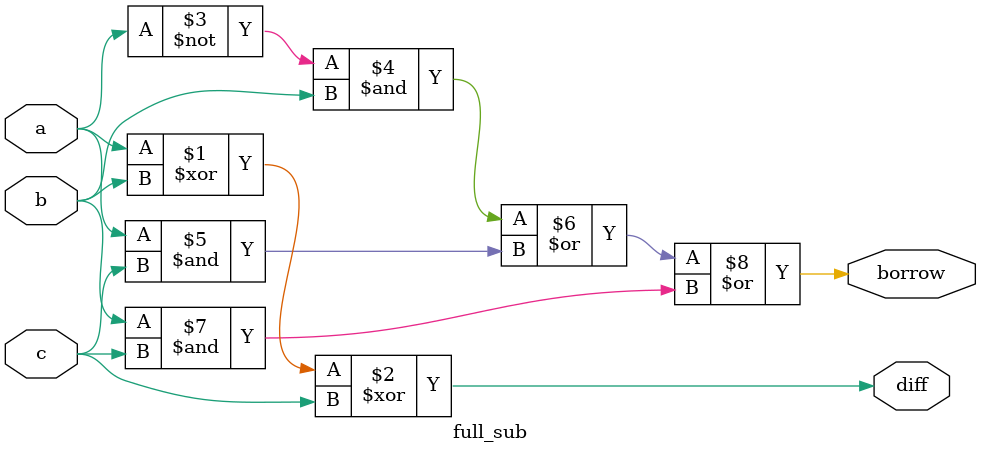
<source format=v>
module full_sub(borrow,diff,a,b,c);
input a,b,c; 
output borrow,diff; 
  assign diff=(a ^ b) ^ c; 
  assign borrow= ((~a)&b) | ((a)&c) | (b&c);
endmodule

</source>
